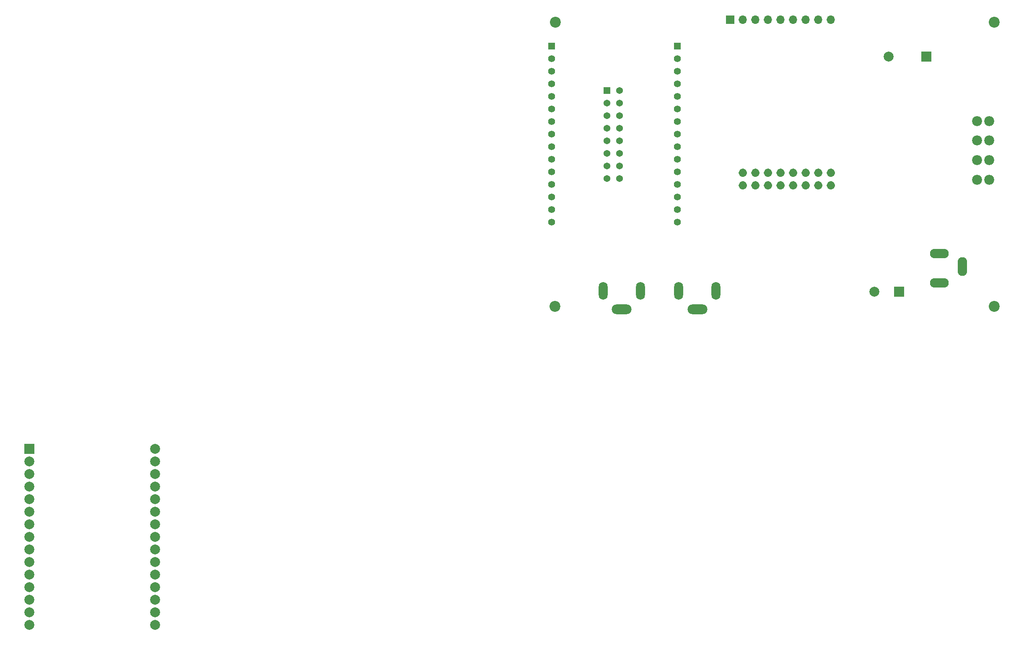
<source format=gbr>
%TF.GenerationSoftware,KiCad,Pcbnew,9.0.0*%
%TF.CreationDate,2025-04-23T05:04:15-04:00*%
%TF.ProjectId,W4MLB_Band_Display_V2,57344d4c-425f-4426-916e-645f44697370,1.0*%
%TF.SameCoordinates,Original*%
%TF.FileFunction,Soldermask,Bot*%
%TF.FilePolarity,Negative*%
%FSLAX46Y46*%
G04 Gerber Fmt 4.6, Leading zero omitted, Abs format (unit mm)*
G04 Created by KiCad (PCBNEW 9.0.0) date 2025-04-23 05:04:15*
%MOMM*%
%LPD*%
G01*
G04 APERTURE LIST*
%ADD10C,0.860984*%
%ADD11C,2.200000*%
%ADD12O,1.800000X3.600000*%
%ADD13O,4.000000X2.000000*%
%ADD14C,2.019300*%
%ADD15R,2.000000X2.000000*%
%ADD16C,2.000000*%
%ADD17R,1.390000X1.390000*%
%ADD18C,1.390000*%
%ADD19O,3.800000X1.900000*%
%ADD20O,1.900000X3.800000*%
%ADD21R,1.700000X1.700000*%
%ADD22O,1.700000X1.700000*%
%ADD23R,1.370000X1.370000*%
%ADD24C,1.370000*%
G04 APERTURE END LIST*
%TO.C,J4*%
D10*
X160900492Y-100000000D02*
G75*
G02*
X160039508Y-100000000I-430492J0D01*
G01*
X160039508Y-100000000D02*
G75*
G02*
X160900492Y-100000000I430492J0D01*
G01*
X163440492Y-100000000D02*
G75*
G02*
X162579508Y-100000000I-430492J0D01*
G01*
X162579508Y-100000000D02*
G75*
G02*
X163440492Y-100000000I430492J0D01*
G01*
X165980492Y-100000000D02*
G75*
G02*
X165119508Y-100000000I-430492J0D01*
G01*
X165119508Y-100000000D02*
G75*
G02*
X165980492Y-100000000I430492J0D01*
G01*
X168520492Y-100000000D02*
G75*
G02*
X167659508Y-100000000I-430492J0D01*
G01*
X167659508Y-100000000D02*
G75*
G02*
X168520492Y-100000000I430492J0D01*
G01*
X171060492Y-100000000D02*
G75*
G02*
X170199508Y-100000000I-430492J0D01*
G01*
X170199508Y-100000000D02*
G75*
G02*
X171060492Y-100000000I430492J0D01*
G01*
X173600492Y-100000000D02*
G75*
G02*
X172739508Y-100000000I-430492J0D01*
G01*
X172739508Y-100000000D02*
G75*
G02*
X173600492Y-100000000I430492J0D01*
G01*
X176140492Y-100000000D02*
G75*
G02*
X175279508Y-100000000I-430492J0D01*
G01*
X175279508Y-100000000D02*
G75*
G02*
X176140492Y-100000000I430492J0D01*
G01*
X178680492Y-100000000D02*
G75*
G02*
X177819508Y-100000000I-430492J0D01*
G01*
X177819508Y-100000000D02*
G75*
G02*
X178680492Y-100000000I430492J0D01*
G01*
X160900492Y-97460000D02*
G75*
G02*
X160039508Y-97460000I-430492J0D01*
G01*
X160039508Y-97460000D02*
G75*
G02*
X160900492Y-97460000I430492J0D01*
G01*
X163440492Y-97460000D02*
G75*
G02*
X162579508Y-97460000I-430492J0D01*
G01*
X162579508Y-97460000D02*
G75*
G02*
X163440492Y-97460000I430492J0D01*
G01*
X165980492Y-97460000D02*
G75*
G02*
X165119508Y-97460000I-430492J0D01*
G01*
X165119508Y-97460000D02*
G75*
G02*
X165980492Y-97460000I430492J0D01*
G01*
X168520492Y-97460000D02*
G75*
G02*
X167659508Y-97460000I-430492J0D01*
G01*
X167659508Y-97460000D02*
G75*
G02*
X168520492Y-97460000I430492J0D01*
G01*
X171060492Y-97460000D02*
G75*
G02*
X170199508Y-97460000I-430492J0D01*
G01*
X170199508Y-97460000D02*
G75*
G02*
X171060492Y-97460000I430492J0D01*
G01*
X173600492Y-97460000D02*
G75*
G02*
X172739508Y-97460000I-430492J0D01*
G01*
X172739508Y-97460000D02*
G75*
G02*
X173600492Y-97460000I430492J0D01*
G01*
X176140492Y-97460000D02*
G75*
G02*
X175279508Y-97460000I-430492J0D01*
G01*
X175279508Y-97460000D02*
G75*
G02*
X176140492Y-97460000I430492J0D01*
G01*
X178680492Y-97460000D02*
G75*
G02*
X177819508Y-97460000I-430492J0D01*
G01*
X177819508Y-97460000D02*
G75*
G02*
X178680492Y-97460000I430492J0D01*
G01*
%TD*%
D11*
%TO.C,MH4*%
X211264466Y-124464466D03*
%TD*%
%TO.C,MH2*%
X211264466Y-67035534D03*
%TD*%
D12*
%TO.C,J6*%
X155017500Y-121300000D03*
X147517500Y-121300000D03*
D13*
X151267500Y-125000000D03*
%TD*%
D12*
%TO.C,J5*%
X139767500Y-121300000D03*
X132267500Y-121300000D03*
D13*
X136017500Y-125000000D03*
%TD*%
D11*
%TO.C,MH3*%
X122535534Y-124464466D03*
%TD*%
D14*
%TO.C,J7*%
X210260000Y-86990000D03*
X210260000Y-90950000D03*
X210260000Y-94910000D03*
X210260000Y-98870000D03*
X207800000Y-86990000D03*
X207800000Y-90950000D03*
X207800000Y-94910000D03*
X207800000Y-98870000D03*
%TD*%
D11*
%TO.C,MH1*%
X122565534Y-67065534D03*
%TD*%
D15*
%TO.C,BZ1*%
X197500000Y-74000000D03*
D16*
X189900000Y-74000000D03*
%TD*%
D17*
%TO.C,J2*%
X147230000Y-71860000D03*
D18*
X147230000Y-74400000D03*
X147230000Y-76940000D03*
X147230000Y-79480000D03*
X147230000Y-82020000D03*
X147230000Y-84560000D03*
X147230000Y-87100000D03*
X147230000Y-89640000D03*
X147230000Y-92180000D03*
X147230000Y-94720000D03*
X147230000Y-97260000D03*
X147230000Y-99800000D03*
X147230000Y-102340000D03*
X147230000Y-104880000D03*
X147230000Y-107420000D03*
%TD*%
D19*
%TO.C,J8*%
X200200000Y-113737500D03*
X200200000Y-119667500D03*
D20*
X204850000Y-116417500D03*
%TD*%
D21*
%TO.C,J9*%
X157930000Y-66500000D03*
D22*
X160470000Y-66500000D03*
X163010000Y-66500000D03*
X165550000Y-66500000D03*
X168090000Y-66500000D03*
X170630000Y-66500000D03*
X173170000Y-66500000D03*
X175710000Y-66500000D03*
X178250000Y-66500000D03*
%TD*%
D15*
%TO.C,U1*%
X16350000Y-153190000D03*
D16*
X16350000Y-155730000D03*
X16350000Y-158270000D03*
X16350000Y-160810000D03*
X16350000Y-163350000D03*
X16350000Y-165890000D03*
X16350000Y-168430000D03*
X16350000Y-170970000D03*
X16350000Y-173510000D03*
X16350000Y-176050000D03*
X16350000Y-178590000D03*
X16350000Y-181130000D03*
X16350000Y-183670000D03*
X16350000Y-186210000D03*
X16350000Y-188750000D03*
X41750000Y-188750000D03*
X41750000Y-186210000D03*
X41750000Y-183670000D03*
X41750000Y-181130000D03*
X41750000Y-178590000D03*
X41750000Y-176050000D03*
X41750000Y-173510000D03*
X41750000Y-170970000D03*
X41750000Y-168430000D03*
X41750000Y-165890000D03*
X41750000Y-163350000D03*
X41750000Y-160810000D03*
X41750000Y-158270000D03*
X41750000Y-155730000D03*
X41750000Y-153190000D03*
%TD*%
D15*
%TO.C,C2*%
X192000000Y-121500000D03*
D16*
X187000000Y-121500000D03*
%TD*%
D17*
%TO.C,J1*%
X121830000Y-71860000D03*
D18*
X121830000Y-74400000D03*
X121830000Y-76940000D03*
X121830000Y-79480000D03*
X121830000Y-82020000D03*
X121830000Y-84560000D03*
X121830000Y-87100000D03*
X121830000Y-89640000D03*
X121830000Y-92180000D03*
X121830000Y-94720000D03*
X121830000Y-97260000D03*
X121830000Y-99800000D03*
X121830000Y-102340000D03*
X121830000Y-104880000D03*
X121830000Y-107420000D03*
%TD*%
D23*
%TO.C,J3*%
X133010000Y-80802500D03*
D24*
X135550000Y-80802500D03*
X133010000Y-83342500D03*
X135550000Y-83342500D03*
X133010000Y-85882500D03*
X135550000Y-85882500D03*
X133010000Y-88422500D03*
X135550000Y-88422500D03*
X133010000Y-90962500D03*
X135550000Y-90962500D03*
X133010000Y-93502500D03*
X135550000Y-93502500D03*
X133010000Y-96042500D03*
X135550000Y-96042500D03*
X133010000Y-98582500D03*
X135550000Y-98582500D03*
%TD*%
M02*

</source>
